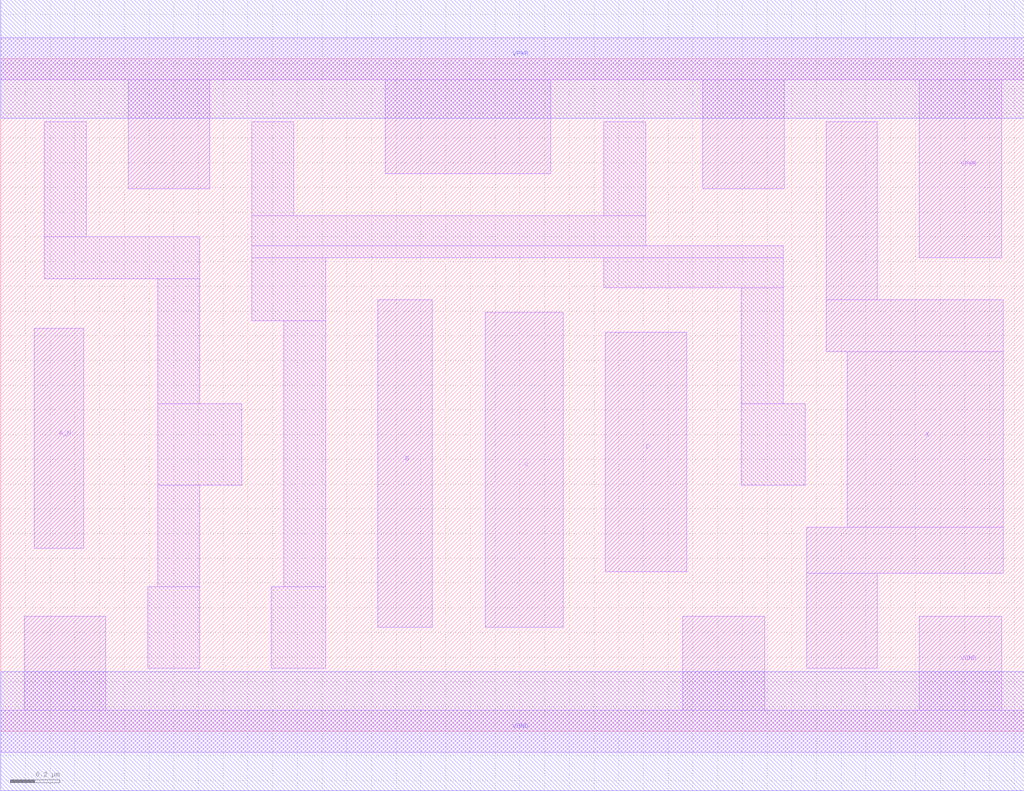
<source format=lef>
# Copyright 2020 The SkyWater PDK Authors
#
# Licensed under the Apache License, Version 2.0 (the "License");
# you may not use this file except in compliance with the License.
# You may obtain a copy of the License at
#
#     https://www.apache.org/licenses/LICENSE-2.0
#
# Unless required by applicable law or agreed to in writing, software
# distributed under the License is distributed on an "AS IS" BASIS,
# WITHOUT WARRANTIES OR CONDITIONS OF ANY KIND, either express or implied.
# See the License for the specific language governing permissions and
# limitations under the License.
#
# SPDX-License-Identifier: Apache-2.0

VERSION 5.5 ;
NAMESCASESENSITIVE ON ;
BUSBITCHARS "[]" ;
DIVIDERCHAR "/" ;
MACRO sky130_fd_sc_hd__and4b_2
  CLASS CORE ;
  SOURCE USER ;
  ORIGIN  0.000000  0.000000 ;
  SIZE  4.140000 BY  2.720000 ;
  SYMMETRY X Y R90 ;
  SITE unithd ;
  PIN A_N
    ANTENNAGATEAREA  0.126000 ;
    DIRECTION INPUT ;
    USE SIGNAL ;
    PORT
      LAYER li1 ;
        RECT 0.135000 0.740000 0.335000 1.630000 ;
    END
  END A_N
  PIN B
    ANTENNAGATEAREA  0.126000 ;
    DIRECTION INPUT ;
    USE SIGNAL ;
    PORT
      LAYER li1 ;
        RECT 1.525000 0.420000 1.745000 1.745000 ;
    END
  END B
  PIN C
    ANTENNAGATEAREA  0.126000 ;
    DIRECTION INPUT ;
    USE SIGNAL ;
    PORT
      LAYER li1 ;
        RECT 1.960000 0.420000 2.275000 1.695000 ;
    END
  END C
  PIN D
    ANTENNAGATEAREA  0.126000 ;
    DIRECTION INPUT ;
    USE SIGNAL ;
    PORT
      LAYER li1 ;
        RECT 2.445000 0.645000 2.775000 1.615000 ;
    END
  END D
  PIN X
    ANTENNADIFFAREA  0.503250 ;
    DIRECTION OUTPUT ;
    USE SIGNAL ;
    PORT
      LAYER li1 ;
        RECT 3.260000 0.255000 3.545000 0.640000 ;
        RECT 3.260000 0.640000 4.055000 0.825000 ;
        RECT 3.340000 1.535000 4.055000 1.745000 ;
        RECT 3.340000 1.745000 3.545000 2.465000 ;
        RECT 3.425000 0.825000 4.055000 1.535000 ;
    END
  END X
  PIN VGND
    DIRECTION INOUT ;
    SHAPE ABUTMENT ;
    USE GROUND ;
    PORT
      LAYER li1 ;
        RECT 0.000000 -0.085000 4.140000 0.085000 ;
        RECT 0.095000  0.085000 0.425000 0.465000 ;
        RECT 2.760000  0.085000 3.090000 0.465000 ;
        RECT 3.715000  0.085000 4.050000 0.465000 ;
    END
    PORT
      LAYER met1 ;
        RECT 0.000000 -0.240000 4.140000 0.240000 ;
    END
  END VGND
  PIN VNB
    DIRECTION INOUT ;
    USE GROUND ;
    PORT
    END
  END VNB
  PIN VPB
    DIRECTION INOUT ;
    USE POWER ;
    PORT
    END
  END VPB
  PIN VPWR
    DIRECTION INOUT ;
    SHAPE ABUTMENT ;
    USE POWER ;
    PORT
      LAYER li1 ;
        RECT 0.000000 2.635000 4.140000 2.805000 ;
        RECT 0.515000 2.195000 0.845000 2.635000 ;
        RECT 1.555000 2.255000 2.225000 2.635000 ;
        RECT 2.840000 2.195000 3.170000 2.635000 ;
        RECT 3.715000 1.915000 4.050000 2.635000 ;
    END
    PORT
      LAYER met1 ;
        RECT 0.000000 2.480000 4.140000 2.960000 ;
    END
  END VPWR
  OBS
    LAYER li1 ;
      RECT 0.175000 1.830000 0.805000 2.000000 ;
      RECT 0.175000 2.000000 0.345000 2.465000 ;
      RECT 0.595000 0.255000 0.805000 0.585000 ;
      RECT 0.635000 0.585000 0.805000 0.995000 ;
      RECT 0.635000 0.995000 0.975000 1.325000 ;
      RECT 0.635000 1.325000 0.805000 1.830000 ;
      RECT 1.015000 1.660000 1.315000 1.915000 ;
      RECT 1.015000 1.915000 3.165000 1.965000 ;
      RECT 1.015000 1.965000 2.610000 2.085000 ;
      RECT 1.015000 2.085000 1.185000 2.465000 ;
      RECT 1.095000 0.255000 1.315000 0.585000 ;
      RECT 1.145000 0.585000 1.315000 1.660000 ;
      RECT 2.440000 1.795000 3.165000 1.915000 ;
      RECT 2.440000 2.085000 2.610000 2.465000 ;
      RECT 2.995000 0.995000 3.255000 1.325000 ;
      RECT 2.995000 1.325000 3.165000 1.795000 ;
  END
END sky130_fd_sc_hd__and4b_2
END LIBRARY

</source>
